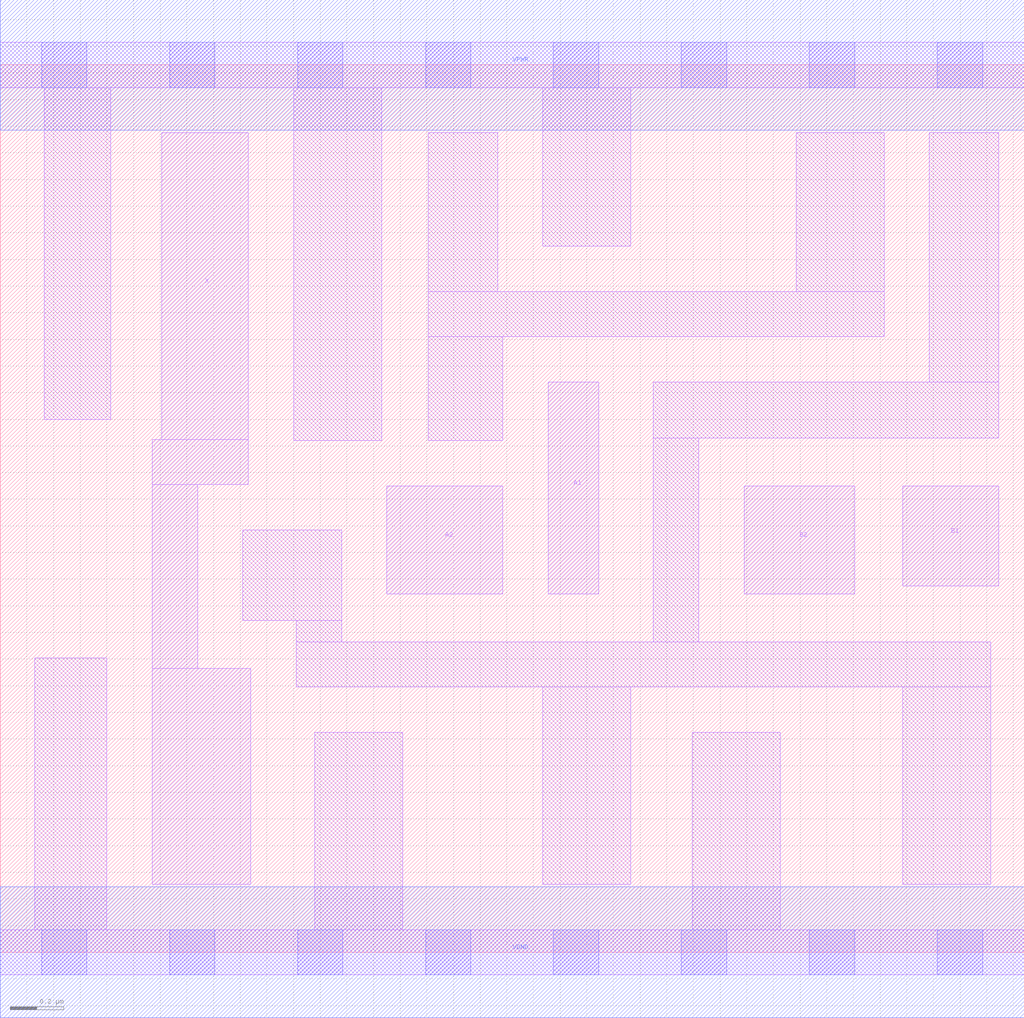
<source format=lef>
# Copyright 2020 The SkyWater PDK Authors
#
# Licensed under the Apache License, Version 2.0 (the "License");
# you may not use this file except in compliance with the License.
# You may obtain a copy of the License at
#
#     https://www.apache.org/licenses/LICENSE-2.0
#
# Unless required by applicable law or agreed to in writing, software
# distributed under the License is distributed on an "AS IS" BASIS,
# WITHOUT WARRANTIES OR CONDITIONS OF ANY KIND, either express or implied.
# See the License for the specific language governing permissions and
# limitations under the License.
#
# SPDX-License-Identifier: Apache-2.0

VERSION 5.7 ;
  NAMESCASESENSITIVE ON ;
  NOWIREEXTENSIONATPIN ON ;
  DIVIDERCHAR "/" ;
  BUSBITCHARS "[]" ;
UNITS
  DATABASE MICRONS 200 ;
END UNITS
MACRO sky130_fd_sc_lp__a22o_2
  CLASS CORE ;
  FOREIGN sky130_fd_sc_lp__a22o_2 ;
  ORIGIN  0.000000  0.000000 ;
  SIZE  3.840000 BY  3.330000 ;
  SYMMETRY X Y R90 ;
  SITE unit ;
  PIN A1
    ANTENNAGATEAREA  0.315000 ;
    DIRECTION INPUT ;
    USE SIGNAL ;
    PORT
      LAYER li1 ;
        RECT 2.055000 1.345000 2.245000 2.140000 ;
    END
  END A1
  PIN A2
    ANTENNAGATEAREA  0.315000 ;
    DIRECTION INPUT ;
    USE SIGNAL ;
    PORT
      LAYER li1 ;
        RECT 1.450000 1.345000 1.885000 1.750000 ;
    END
  END A2
  PIN B1
    ANTENNAGATEAREA  0.315000 ;
    DIRECTION INPUT ;
    USE SIGNAL ;
    PORT
      LAYER li1 ;
        RECT 3.385000 1.375000 3.745000 1.750000 ;
    END
  END B1
  PIN B2
    ANTENNAGATEAREA  0.315000 ;
    DIRECTION INPUT ;
    USE SIGNAL ;
    PORT
      LAYER li1 ;
        RECT 2.790000 1.345000 3.205000 1.750000 ;
    END
  END B2
  PIN X
    ANTENNADIFFAREA  0.588000 ;
    DIRECTION OUTPUT ;
    USE SIGNAL ;
    PORT
      LAYER li1 ;
        RECT 0.570000 0.255000 0.940000 1.065000 ;
        RECT 0.570000 1.065000 0.740000 1.755000 ;
        RECT 0.570000 1.755000 0.930000 1.925000 ;
        RECT 0.605000 1.925000 0.930000 3.075000 ;
    END
  END X
  PIN VGND
    DIRECTION INOUT ;
    USE GROUND ;
    PORT
      LAYER met1 ;
        RECT 0.000000 -0.245000 3.840000 0.245000 ;
    END
  END VGND
  PIN VPWR
    DIRECTION INOUT ;
    USE POWER ;
    PORT
      LAYER met1 ;
        RECT 0.000000 3.085000 3.840000 3.575000 ;
    END
  END VPWR
  OBS
    LAYER li1 ;
      RECT 0.000000 -0.085000 3.840000 0.085000 ;
      RECT 0.000000  3.245000 3.840000 3.415000 ;
      RECT 0.130000  0.085000 0.400000 1.105000 ;
      RECT 0.165000  2.000000 0.415000 3.245000 ;
      RECT 0.910000  1.245000 1.280000 1.585000 ;
      RECT 1.100000  1.920000 1.430000 3.245000 ;
      RECT 1.110000  0.995000 3.715000 1.165000 ;
      RECT 1.110000  1.165000 1.280000 1.245000 ;
      RECT 1.180000  0.085000 1.510000 0.825000 ;
      RECT 1.605000  1.920000 1.885000 2.310000 ;
      RECT 1.605000  2.310000 3.315000 2.480000 ;
      RECT 1.605000  2.480000 1.865000 3.075000 ;
      RECT 2.035000  0.255000 2.365000 0.995000 ;
      RECT 2.035000  2.650000 2.365000 3.245000 ;
      RECT 2.450000  1.165000 2.620000 1.930000 ;
      RECT 2.450000  1.930000 3.745000 2.140000 ;
      RECT 2.595000  0.085000 2.925000 0.825000 ;
      RECT 2.985000  2.480000 3.315000 3.075000 ;
      RECT 3.385000  0.255000 3.715000 0.995000 ;
      RECT 3.485000  2.140000 3.745000 3.075000 ;
    LAYER mcon ;
      RECT 0.155000 -0.085000 0.325000 0.085000 ;
      RECT 0.155000  3.245000 0.325000 3.415000 ;
      RECT 0.635000 -0.085000 0.805000 0.085000 ;
      RECT 0.635000  3.245000 0.805000 3.415000 ;
      RECT 1.115000 -0.085000 1.285000 0.085000 ;
      RECT 1.115000  3.245000 1.285000 3.415000 ;
      RECT 1.595000 -0.085000 1.765000 0.085000 ;
      RECT 1.595000  3.245000 1.765000 3.415000 ;
      RECT 2.075000 -0.085000 2.245000 0.085000 ;
      RECT 2.075000  3.245000 2.245000 3.415000 ;
      RECT 2.555000 -0.085000 2.725000 0.085000 ;
      RECT 2.555000  3.245000 2.725000 3.415000 ;
      RECT 3.035000 -0.085000 3.205000 0.085000 ;
      RECT 3.035000  3.245000 3.205000 3.415000 ;
      RECT 3.515000 -0.085000 3.685000 0.085000 ;
      RECT 3.515000  3.245000 3.685000 3.415000 ;
  END
END sky130_fd_sc_lp__a22o_2
END LIBRARY

</source>
